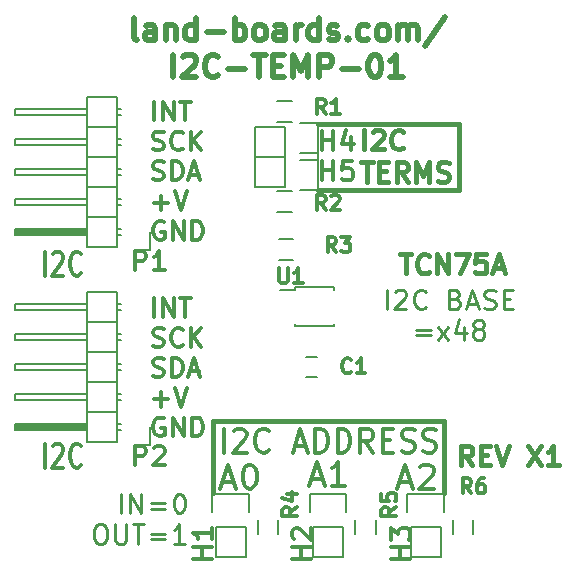
<source format=gto>
G04 #@! TF.FileFunction,Legend,Top*
%FSLAX46Y46*%
G04 Gerber Fmt 4.6, Leading zero omitted, Abs format (unit mm)*
G04 Created by KiCad (PCBNEW (after 2015-mar-04 BZR unknown)-product) date 10/16/2015 4:42:27 PM*
%MOMM*%
G01*
G04 APERTURE LIST*
%ADD10C,0.150000*%
%ADD11C,0.381000*%
%ADD12C,0.412750*%
%ADD13C,0.285750*%
%ADD14C,0.304800*%
%ADD15C,0.476250*%
G04 APERTURE END LIST*
D10*
D11*
X37592000Y-36322000D02*
X37592000Y-42418000D01*
X37084000Y-36322000D02*
X37592000Y-36322000D01*
X18034000Y-36322000D02*
X37084000Y-36322000D01*
X18034000Y-42418000D02*
X18034000Y-36322000D01*
X38862000Y-16764000D02*
X26924000Y-16764000D01*
X38862000Y-11176000D02*
X38862000Y-16764000D01*
X26924000Y-11176000D02*
X38862000Y-11176000D01*
D12*
X30873095Y-13354806D02*
X30873095Y-11703806D01*
X31580666Y-11861044D02*
X31659285Y-11782425D01*
X31816523Y-11703806D01*
X32209619Y-11703806D01*
X32366857Y-11782425D01*
X32445476Y-11861044D01*
X32524095Y-12018282D01*
X32524095Y-12175520D01*
X32445476Y-12411377D01*
X31502047Y-13354806D01*
X32524095Y-13354806D01*
X34175095Y-13197568D02*
X34096476Y-13276187D01*
X33860619Y-13354806D01*
X33703381Y-13354806D01*
X33467523Y-13276187D01*
X33310285Y-13118949D01*
X33231666Y-12961711D01*
X33153047Y-12647235D01*
X33153047Y-12411377D01*
X33231666Y-12096901D01*
X33310285Y-11939663D01*
X33467523Y-11782425D01*
X33703381Y-11703806D01*
X33860619Y-11703806D01*
X34096476Y-11782425D01*
X34175095Y-11861044D01*
X30637238Y-14427956D02*
X31580667Y-14427956D01*
X31108952Y-16078956D02*
X31108952Y-14427956D01*
X32131000Y-15214146D02*
X32681334Y-15214146D01*
X32917191Y-16078956D02*
X32131000Y-16078956D01*
X32131000Y-14427956D01*
X32917191Y-14427956D01*
X34568191Y-16078956D02*
X34017857Y-15292765D01*
X33624762Y-16078956D02*
X33624762Y-14427956D01*
X34253715Y-14427956D01*
X34410953Y-14506575D01*
X34489572Y-14585194D01*
X34568191Y-14742432D01*
X34568191Y-14978289D01*
X34489572Y-15135527D01*
X34410953Y-15214146D01*
X34253715Y-15292765D01*
X33624762Y-15292765D01*
X35275762Y-16078956D02*
X35275762Y-14427956D01*
X35826096Y-15607242D01*
X36376429Y-14427956D01*
X36376429Y-16078956D01*
X37084000Y-16000337D02*
X37319857Y-16078956D01*
X37712953Y-16078956D01*
X37870191Y-16000337D01*
X37948810Y-15921718D01*
X38027429Y-15764480D01*
X38027429Y-15607242D01*
X37948810Y-15450004D01*
X37870191Y-15371385D01*
X37712953Y-15292765D01*
X37398476Y-15214146D01*
X37241238Y-15135527D01*
X37162619Y-15056908D01*
X37084000Y-14899670D01*
X37084000Y-14742432D01*
X37162619Y-14585194D01*
X37241238Y-14506575D01*
X37398476Y-14427956D01*
X37791572Y-14427956D01*
X38027429Y-14506575D01*
X40035238Y-40116881D02*
X39484904Y-39330690D01*
X39091809Y-40116881D02*
X39091809Y-38465881D01*
X39720762Y-38465881D01*
X39878000Y-38544500D01*
X39956619Y-38623119D01*
X40035238Y-38780357D01*
X40035238Y-39016214D01*
X39956619Y-39173452D01*
X39878000Y-39252071D01*
X39720762Y-39330690D01*
X39091809Y-39330690D01*
X40742809Y-39252071D02*
X41293143Y-39252071D01*
X41529000Y-40116881D02*
X40742809Y-40116881D01*
X40742809Y-38465881D01*
X41529000Y-38465881D01*
X42000714Y-38465881D02*
X42551047Y-40116881D01*
X43101381Y-38465881D01*
X44752381Y-38465881D02*
X45853048Y-40116881D01*
X45853048Y-38465881D02*
X44752381Y-40116881D01*
X47346810Y-40116881D02*
X46403381Y-40116881D01*
X46875095Y-40116881D02*
X46875095Y-38465881D01*
X46717857Y-38701738D01*
X46560619Y-38858976D01*
X46403381Y-38937595D01*
X33912024Y-22209881D02*
X34855453Y-22209881D01*
X34383738Y-23860881D02*
X34383738Y-22209881D01*
X36349215Y-23703643D02*
X36270596Y-23782262D01*
X36034739Y-23860881D01*
X35877501Y-23860881D01*
X35641643Y-23782262D01*
X35484405Y-23625024D01*
X35405786Y-23467786D01*
X35327167Y-23153310D01*
X35327167Y-22917452D01*
X35405786Y-22602976D01*
X35484405Y-22445738D01*
X35641643Y-22288500D01*
X35877501Y-22209881D01*
X36034739Y-22209881D01*
X36270596Y-22288500D01*
X36349215Y-22367119D01*
X37056786Y-23860881D02*
X37056786Y-22209881D01*
X38000215Y-23860881D01*
X38000215Y-22209881D01*
X38629167Y-22209881D02*
X39729834Y-22209881D01*
X39022262Y-23860881D01*
X41144977Y-22209881D02*
X40358786Y-22209881D01*
X40280167Y-22996071D01*
X40358786Y-22917452D01*
X40516024Y-22838833D01*
X40909120Y-22838833D01*
X41066358Y-22917452D01*
X41144977Y-22996071D01*
X41223596Y-23153310D01*
X41223596Y-23546405D01*
X41144977Y-23703643D01*
X41066358Y-23782262D01*
X40909120Y-23860881D01*
X40516024Y-23860881D01*
X40358786Y-23782262D01*
X40280167Y-23703643D01*
X41852548Y-23389167D02*
X42638739Y-23389167D01*
X41695310Y-23860881D02*
X42245643Y-22209881D01*
X42795977Y-23860881D01*
D13*
X10262810Y-44152306D02*
X10262810Y-42501306D01*
X11049000Y-44152306D02*
X11049000Y-42501306D01*
X11992429Y-44152306D01*
X11992429Y-42501306D01*
X12778619Y-43287496D02*
X14036524Y-43287496D01*
X14036524Y-43759211D02*
X12778619Y-43759211D01*
X15137190Y-42501306D02*
X15294429Y-42501306D01*
X15451667Y-42579925D01*
X15530286Y-42658544D01*
X15608905Y-42815782D01*
X15687524Y-43130258D01*
X15687524Y-43523354D01*
X15608905Y-43837830D01*
X15530286Y-43995068D01*
X15451667Y-44073687D01*
X15294429Y-44152306D01*
X15137190Y-44152306D01*
X14979952Y-44073687D01*
X14901333Y-43995068D01*
X14822714Y-43837830D01*
X14744095Y-43523354D01*
X14744095Y-43130258D01*
X14822714Y-42815782D01*
X14901333Y-42658544D01*
X14979952Y-42579925D01*
X15137190Y-42501306D01*
X8375952Y-45098456D02*
X8690429Y-45098456D01*
X8847667Y-45177075D01*
X9004905Y-45334313D01*
X9083524Y-45648789D01*
X9083524Y-46199123D01*
X9004905Y-46513599D01*
X8847667Y-46670837D01*
X8690429Y-46749456D01*
X8375952Y-46749456D01*
X8218714Y-46670837D01*
X8061476Y-46513599D01*
X7982857Y-46199123D01*
X7982857Y-45648789D01*
X8061476Y-45334313D01*
X8218714Y-45177075D01*
X8375952Y-45098456D01*
X9791095Y-45098456D02*
X9791095Y-46434980D01*
X9869714Y-46592218D01*
X9948333Y-46670837D01*
X10105571Y-46749456D01*
X10420048Y-46749456D01*
X10577286Y-46670837D01*
X10655905Y-46592218D01*
X10734524Y-46434980D01*
X10734524Y-45098456D01*
X11284857Y-45098456D02*
X12228286Y-45098456D01*
X11756571Y-46749456D02*
X11756571Y-45098456D01*
X12778619Y-45884646D02*
X14036524Y-45884646D01*
X14036524Y-46356361D02*
X12778619Y-46356361D01*
X15687524Y-46749456D02*
X14744095Y-46749456D01*
X15215809Y-46749456D02*
X15215809Y-45098456D01*
X15058571Y-45334313D01*
X14901333Y-45491551D01*
X14744095Y-45570170D01*
X32793214Y-26880306D02*
X32793214Y-25229306D01*
X33500785Y-25386544D02*
X33579404Y-25307925D01*
X33736642Y-25229306D01*
X34129738Y-25229306D01*
X34286976Y-25307925D01*
X34365595Y-25386544D01*
X34444214Y-25543782D01*
X34444214Y-25701020D01*
X34365595Y-25936877D01*
X33422166Y-26880306D01*
X34444214Y-26880306D01*
X36095214Y-26723068D02*
X36016595Y-26801687D01*
X35780738Y-26880306D01*
X35623500Y-26880306D01*
X35387642Y-26801687D01*
X35230404Y-26644449D01*
X35151785Y-26487211D01*
X35073166Y-26172735D01*
X35073166Y-25936877D01*
X35151785Y-25622401D01*
X35230404Y-25465163D01*
X35387642Y-25307925D01*
X35623500Y-25229306D01*
X35780738Y-25229306D01*
X36016595Y-25307925D01*
X36095214Y-25386544D01*
X38611024Y-26015496D02*
X38846881Y-26094115D01*
X38925500Y-26172735D01*
X39004119Y-26329973D01*
X39004119Y-26565830D01*
X38925500Y-26723068D01*
X38846881Y-26801687D01*
X38689643Y-26880306D01*
X38060690Y-26880306D01*
X38060690Y-25229306D01*
X38611024Y-25229306D01*
X38768262Y-25307925D01*
X38846881Y-25386544D01*
X38925500Y-25543782D01*
X38925500Y-25701020D01*
X38846881Y-25858258D01*
X38768262Y-25936877D01*
X38611024Y-26015496D01*
X38060690Y-26015496D01*
X39633071Y-26408592D02*
X40419262Y-26408592D01*
X39475833Y-26880306D02*
X40026166Y-25229306D01*
X40576500Y-26880306D01*
X41048214Y-26801687D02*
X41284071Y-26880306D01*
X41677167Y-26880306D01*
X41834405Y-26801687D01*
X41913024Y-26723068D01*
X41991643Y-26565830D01*
X41991643Y-26408592D01*
X41913024Y-26251354D01*
X41834405Y-26172735D01*
X41677167Y-26094115D01*
X41362690Y-26015496D01*
X41205452Y-25936877D01*
X41126833Y-25858258D01*
X41048214Y-25701020D01*
X41048214Y-25543782D01*
X41126833Y-25386544D01*
X41205452Y-25307925D01*
X41362690Y-25229306D01*
X41755786Y-25229306D01*
X41991643Y-25307925D01*
X42699214Y-26015496D02*
X43249548Y-26015496D01*
X43485405Y-26880306D02*
X42699214Y-26880306D01*
X42699214Y-25229306D01*
X43485405Y-25229306D01*
X35230405Y-28612646D02*
X36488310Y-28612646D01*
X36488310Y-29084361D02*
X35230405Y-29084361D01*
X37117262Y-29477456D02*
X37982072Y-28376789D01*
X37117262Y-28376789D02*
X37982072Y-29477456D01*
X39318596Y-28376789D02*
X39318596Y-29477456D01*
X38925500Y-27747837D02*
X38532405Y-28927123D01*
X39554453Y-28927123D01*
X40419262Y-28534027D02*
X40262024Y-28455408D01*
X40183405Y-28376789D01*
X40104786Y-28219551D01*
X40104786Y-28140932D01*
X40183405Y-27983694D01*
X40262024Y-27905075D01*
X40419262Y-27826456D01*
X40733739Y-27826456D01*
X40890977Y-27905075D01*
X40969596Y-27983694D01*
X41048215Y-28140932D01*
X41048215Y-28219551D01*
X40969596Y-28376789D01*
X40890977Y-28455408D01*
X40733739Y-28534027D01*
X40419262Y-28534027D01*
X40262024Y-28612646D01*
X40183405Y-28691265D01*
X40104786Y-28848504D01*
X40104786Y-29162980D01*
X40183405Y-29320218D01*
X40262024Y-29398837D01*
X40419262Y-29477456D01*
X40733739Y-29477456D01*
X40890977Y-29398837D01*
X40969596Y-29320218D01*
X41048215Y-29162980D01*
X41048215Y-28848504D01*
X40969596Y-28691265D01*
X40890977Y-28612646D01*
X40733739Y-28534027D01*
D14*
X19004642Y-39019238D02*
X19004642Y-36987238D01*
X19821071Y-37180762D02*
X19911785Y-37084000D01*
X20093214Y-36987238D01*
X20546785Y-36987238D01*
X20728214Y-37084000D01*
X20818928Y-37180762D01*
X20909643Y-37374286D01*
X20909643Y-37567810D01*
X20818928Y-37858095D01*
X19730357Y-39019238D01*
X20909643Y-39019238D01*
X22814643Y-38825714D02*
X22723929Y-38922476D01*
X22451786Y-39019238D01*
X22270357Y-39019238D01*
X21998214Y-38922476D01*
X21816786Y-38728952D01*
X21726071Y-38535429D01*
X21635357Y-38148381D01*
X21635357Y-37858095D01*
X21726071Y-37471048D01*
X21816786Y-37277524D01*
X21998214Y-37084000D01*
X22270357Y-36987238D01*
X22451786Y-36987238D01*
X22723929Y-37084000D01*
X22814643Y-37180762D01*
X24991786Y-38438667D02*
X25898929Y-38438667D01*
X24810358Y-39019238D02*
X25445358Y-36987238D01*
X26080358Y-39019238D01*
X26715357Y-39019238D02*
X26715357Y-36987238D01*
X27168929Y-36987238D01*
X27441072Y-37084000D01*
X27622500Y-37277524D01*
X27713215Y-37471048D01*
X27803929Y-37858095D01*
X27803929Y-38148381D01*
X27713215Y-38535429D01*
X27622500Y-38728952D01*
X27441072Y-38922476D01*
X27168929Y-39019238D01*
X26715357Y-39019238D01*
X28620357Y-39019238D02*
X28620357Y-36987238D01*
X29073929Y-36987238D01*
X29346072Y-37084000D01*
X29527500Y-37277524D01*
X29618215Y-37471048D01*
X29708929Y-37858095D01*
X29708929Y-38148381D01*
X29618215Y-38535429D01*
X29527500Y-38728952D01*
X29346072Y-38922476D01*
X29073929Y-39019238D01*
X28620357Y-39019238D01*
X31613929Y-39019238D02*
X30978929Y-38051619D01*
X30525357Y-39019238D02*
X30525357Y-36987238D01*
X31251072Y-36987238D01*
X31432500Y-37084000D01*
X31523215Y-37180762D01*
X31613929Y-37374286D01*
X31613929Y-37664571D01*
X31523215Y-37858095D01*
X31432500Y-37954857D01*
X31251072Y-38051619D01*
X30525357Y-38051619D01*
X32430357Y-37954857D02*
X33065357Y-37954857D01*
X33337500Y-39019238D02*
X32430357Y-39019238D01*
X32430357Y-36987238D01*
X33337500Y-36987238D01*
X34063214Y-38922476D02*
X34335357Y-39019238D01*
X34788928Y-39019238D01*
X34970357Y-38922476D01*
X35061071Y-38825714D01*
X35151786Y-38632190D01*
X35151786Y-38438667D01*
X35061071Y-38245143D01*
X34970357Y-38148381D01*
X34788928Y-38051619D01*
X34426071Y-37954857D01*
X34244643Y-37858095D01*
X34153928Y-37761333D01*
X34063214Y-37567810D01*
X34063214Y-37374286D01*
X34153928Y-37180762D01*
X34244643Y-37084000D01*
X34426071Y-36987238D01*
X34879643Y-36987238D01*
X35151786Y-37084000D01*
X35877500Y-38922476D02*
X36149643Y-39019238D01*
X36603214Y-39019238D01*
X36784643Y-38922476D01*
X36875357Y-38825714D01*
X36966072Y-38632190D01*
X36966072Y-38438667D01*
X36875357Y-38245143D01*
X36784643Y-38148381D01*
X36603214Y-38051619D01*
X36240357Y-37954857D01*
X36058929Y-37858095D01*
X35968214Y-37761333D01*
X35877500Y-37567810D01*
X35877500Y-37374286D01*
X35968214Y-37180762D01*
X36058929Y-37084000D01*
X36240357Y-36987238D01*
X36693929Y-36987238D01*
X36966072Y-37084000D01*
X13077976Y-27540555D02*
X13077976Y-25953055D01*
X13833928Y-27540555D02*
X13833928Y-25953055D01*
X14741071Y-27540555D01*
X14741071Y-25953055D01*
X15270237Y-25953055D02*
X16177380Y-25953055D01*
X15723809Y-27540555D02*
X15723809Y-25953055D01*
X13002381Y-29992260D02*
X13229167Y-30067855D01*
X13607143Y-30067855D01*
X13758333Y-29992260D01*
X13833929Y-29916664D01*
X13909524Y-29765474D01*
X13909524Y-29614283D01*
X13833929Y-29463093D01*
X13758333Y-29387498D01*
X13607143Y-29311902D01*
X13304762Y-29236307D01*
X13153571Y-29160712D01*
X13077976Y-29085117D01*
X13002381Y-28933926D01*
X13002381Y-28782736D01*
X13077976Y-28631545D01*
X13153571Y-28555950D01*
X13304762Y-28480355D01*
X13682738Y-28480355D01*
X13909524Y-28555950D01*
X15497024Y-29916664D02*
X15421429Y-29992260D01*
X15194643Y-30067855D01*
X15043453Y-30067855D01*
X14816667Y-29992260D01*
X14665476Y-29841069D01*
X14589881Y-29689879D01*
X14514286Y-29387498D01*
X14514286Y-29160712D01*
X14589881Y-28858331D01*
X14665476Y-28707140D01*
X14816667Y-28555950D01*
X15043453Y-28480355D01*
X15194643Y-28480355D01*
X15421429Y-28555950D01*
X15497024Y-28631545D01*
X16177381Y-30067855D02*
X16177381Y-28480355D01*
X17084524Y-30067855D02*
X16404167Y-29160712D01*
X17084524Y-28480355D02*
X16177381Y-29387498D01*
X13002381Y-32519560D02*
X13229167Y-32595155D01*
X13607143Y-32595155D01*
X13758333Y-32519560D01*
X13833929Y-32443964D01*
X13909524Y-32292774D01*
X13909524Y-32141583D01*
X13833929Y-31990393D01*
X13758333Y-31914798D01*
X13607143Y-31839202D01*
X13304762Y-31763607D01*
X13153571Y-31688012D01*
X13077976Y-31612417D01*
X13002381Y-31461226D01*
X13002381Y-31310036D01*
X13077976Y-31158845D01*
X13153571Y-31083250D01*
X13304762Y-31007655D01*
X13682738Y-31007655D01*
X13909524Y-31083250D01*
X14589881Y-32595155D02*
X14589881Y-31007655D01*
X14967857Y-31007655D01*
X15194643Y-31083250D01*
X15345834Y-31234440D01*
X15421429Y-31385631D01*
X15497024Y-31688012D01*
X15497024Y-31914798D01*
X15421429Y-32217179D01*
X15345834Y-32368369D01*
X15194643Y-32519560D01*
X14967857Y-32595155D01*
X14589881Y-32595155D01*
X16101786Y-32141583D02*
X16857738Y-32141583D01*
X15950595Y-32595155D02*
X16479762Y-31007655D01*
X17008929Y-32595155D01*
X13077976Y-34517693D02*
X14287500Y-34517693D01*
X13682738Y-35122455D02*
X13682738Y-33912931D01*
X14816666Y-33534955D02*
X15345833Y-35122455D01*
X15875000Y-33534955D01*
X13909524Y-36137850D02*
X13758333Y-36062255D01*
X13531548Y-36062255D01*
X13304762Y-36137850D01*
X13153571Y-36289040D01*
X13077976Y-36440231D01*
X13002381Y-36742612D01*
X13002381Y-36969398D01*
X13077976Y-37271779D01*
X13153571Y-37422969D01*
X13304762Y-37574160D01*
X13531548Y-37649755D01*
X13682738Y-37649755D01*
X13909524Y-37574160D01*
X13985119Y-37498564D01*
X13985119Y-36969398D01*
X13682738Y-36969398D01*
X14665476Y-37649755D02*
X14665476Y-36062255D01*
X15572619Y-37649755D01*
X15572619Y-36062255D01*
X16328571Y-37649755D02*
X16328571Y-36062255D01*
X16706547Y-36062255D01*
X16933333Y-36137850D01*
X17084524Y-36289040D01*
X17160119Y-36440231D01*
X17235714Y-36742612D01*
X17235714Y-36969398D01*
X17160119Y-37271779D01*
X17084524Y-37422969D01*
X16933333Y-37574160D01*
X16706547Y-37649755D01*
X16328571Y-37649755D01*
X13077976Y-10903555D02*
X13077976Y-9316055D01*
X13833928Y-10903555D02*
X13833928Y-9316055D01*
X14741071Y-10903555D01*
X14741071Y-9316055D01*
X15270237Y-9316055D02*
X16177380Y-9316055D01*
X15723809Y-10903555D02*
X15723809Y-9316055D01*
X13002381Y-13355260D02*
X13229167Y-13430855D01*
X13607143Y-13430855D01*
X13758333Y-13355260D01*
X13833929Y-13279664D01*
X13909524Y-13128474D01*
X13909524Y-12977283D01*
X13833929Y-12826093D01*
X13758333Y-12750498D01*
X13607143Y-12674902D01*
X13304762Y-12599307D01*
X13153571Y-12523712D01*
X13077976Y-12448117D01*
X13002381Y-12296926D01*
X13002381Y-12145736D01*
X13077976Y-11994545D01*
X13153571Y-11918950D01*
X13304762Y-11843355D01*
X13682738Y-11843355D01*
X13909524Y-11918950D01*
X15497024Y-13279664D02*
X15421429Y-13355260D01*
X15194643Y-13430855D01*
X15043453Y-13430855D01*
X14816667Y-13355260D01*
X14665476Y-13204069D01*
X14589881Y-13052879D01*
X14514286Y-12750498D01*
X14514286Y-12523712D01*
X14589881Y-12221331D01*
X14665476Y-12070140D01*
X14816667Y-11918950D01*
X15043453Y-11843355D01*
X15194643Y-11843355D01*
X15421429Y-11918950D01*
X15497024Y-11994545D01*
X16177381Y-13430855D02*
X16177381Y-11843355D01*
X17084524Y-13430855D02*
X16404167Y-12523712D01*
X17084524Y-11843355D02*
X16177381Y-12750498D01*
X13002381Y-15882560D02*
X13229167Y-15958155D01*
X13607143Y-15958155D01*
X13758333Y-15882560D01*
X13833929Y-15806964D01*
X13909524Y-15655774D01*
X13909524Y-15504583D01*
X13833929Y-15353393D01*
X13758333Y-15277798D01*
X13607143Y-15202202D01*
X13304762Y-15126607D01*
X13153571Y-15051012D01*
X13077976Y-14975417D01*
X13002381Y-14824226D01*
X13002381Y-14673036D01*
X13077976Y-14521845D01*
X13153571Y-14446250D01*
X13304762Y-14370655D01*
X13682738Y-14370655D01*
X13909524Y-14446250D01*
X14589881Y-15958155D02*
X14589881Y-14370655D01*
X14967857Y-14370655D01*
X15194643Y-14446250D01*
X15345834Y-14597440D01*
X15421429Y-14748631D01*
X15497024Y-15051012D01*
X15497024Y-15277798D01*
X15421429Y-15580179D01*
X15345834Y-15731369D01*
X15194643Y-15882560D01*
X14967857Y-15958155D01*
X14589881Y-15958155D01*
X16101786Y-15504583D02*
X16857738Y-15504583D01*
X15950595Y-15958155D02*
X16479762Y-14370655D01*
X17008929Y-15958155D01*
X13077976Y-17880693D02*
X14287500Y-17880693D01*
X13682738Y-18485455D02*
X13682738Y-17275931D01*
X14816666Y-16897955D02*
X15345833Y-18485455D01*
X15875000Y-16897955D01*
X13909524Y-19500850D02*
X13758333Y-19425255D01*
X13531548Y-19425255D01*
X13304762Y-19500850D01*
X13153571Y-19652040D01*
X13077976Y-19803231D01*
X13002381Y-20105612D01*
X13002381Y-20332398D01*
X13077976Y-20634779D01*
X13153571Y-20785969D01*
X13304762Y-20937160D01*
X13531548Y-21012755D01*
X13682738Y-21012755D01*
X13909524Y-20937160D01*
X13985119Y-20861564D01*
X13985119Y-20332398D01*
X13682738Y-20332398D01*
X14665476Y-21012755D02*
X14665476Y-19425255D01*
X15572619Y-21012755D01*
X15572619Y-19425255D01*
X16328571Y-21012755D02*
X16328571Y-19425255D01*
X16706547Y-19425255D01*
X16933333Y-19500850D01*
X17084524Y-19652040D01*
X17160119Y-19803231D01*
X17235714Y-20105612D01*
X17235714Y-20332398D01*
X17160119Y-20634779D01*
X17084524Y-20785969D01*
X16933333Y-20937160D01*
X16706547Y-21012755D01*
X16328571Y-21012755D01*
D15*
X11638645Y-4116161D02*
X11457217Y-4025446D01*
X11366502Y-3844018D01*
X11366502Y-2211161D01*
X13180788Y-4116161D02*
X13180788Y-3118304D01*
X13090074Y-2936875D01*
X12908645Y-2846161D01*
X12545788Y-2846161D01*
X12364359Y-2936875D01*
X13180788Y-4025446D02*
X12999359Y-4116161D01*
X12545788Y-4116161D01*
X12364359Y-4025446D01*
X12273645Y-3844018D01*
X12273645Y-3662589D01*
X12364359Y-3481161D01*
X12545788Y-3390446D01*
X12999359Y-3390446D01*
X13180788Y-3299732D01*
X14087930Y-2846161D02*
X14087930Y-4116161D01*
X14087930Y-3027589D02*
X14178645Y-2936875D01*
X14360073Y-2846161D01*
X14632216Y-2846161D01*
X14813645Y-2936875D01*
X14904359Y-3118304D01*
X14904359Y-4116161D01*
X16627930Y-4116161D02*
X16627930Y-2211161D01*
X16627930Y-4025446D02*
X16446501Y-4116161D01*
X16083644Y-4116161D01*
X15902216Y-4025446D01*
X15811501Y-3934732D01*
X15720787Y-3753304D01*
X15720787Y-3209018D01*
X15811501Y-3027589D01*
X15902216Y-2936875D01*
X16083644Y-2846161D01*
X16446501Y-2846161D01*
X16627930Y-2936875D01*
X17535072Y-3390446D02*
X18986501Y-3390446D01*
X19893643Y-4116161D02*
X19893643Y-2211161D01*
X19893643Y-2936875D02*
X20075072Y-2846161D01*
X20437929Y-2846161D01*
X20619358Y-2936875D01*
X20710072Y-3027589D01*
X20800786Y-3209018D01*
X20800786Y-3753304D01*
X20710072Y-3934732D01*
X20619358Y-4025446D01*
X20437929Y-4116161D01*
X20075072Y-4116161D01*
X19893643Y-4025446D01*
X21889357Y-4116161D02*
X21707929Y-4025446D01*
X21617214Y-3934732D01*
X21526500Y-3753304D01*
X21526500Y-3209018D01*
X21617214Y-3027589D01*
X21707929Y-2936875D01*
X21889357Y-2846161D01*
X22161500Y-2846161D01*
X22342929Y-2936875D01*
X22433643Y-3027589D01*
X22524357Y-3209018D01*
X22524357Y-3753304D01*
X22433643Y-3934732D01*
X22342929Y-4025446D01*
X22161500Y-4116161D01*
X21889357Y-4116161D01*
X24157214Y-4116161D02*
X24157214Y-3118304D01*
X24066500Y-2936875D01*
X23885071Y-2846161D01*
X23522214Y-2846161D01*
X23340785Y-2936875D01*
X24157214Y-4025446D02*
X23975785Y-4116161D01*
X23522214Y-4116161D01*
X23340785Y-4025446D01*
X23250071Y-3844018D01*
X23250071Y-3662589D01*
X23340785Y-3481161D01*
X23522214Y-3390446D01*
X23975785Y-3390446D01*
X24157214Y-3299732D01*
X25064356Y-4116161D02*
X25064356Y-2846161D01*
X25064356Y-3209018D02*
X25155071Y-3027589D01*
X25245785Y-2936875D01*
X25427214Y-2846161D01*
X25608642Y-2846161D01*
X27060071Y-4116161D02*
X27060071Y-2211161D01*
X27060071Y-4025446D02*
X26878642Y-4116161D01*
X26515785Y-4116161D01*
X26334357Y-4025446D01*
X26243642Y-3934732D01*
X26152928Y-3753304D01*
X26152928Y-3209018D01*
X26243642Y-3027589D01*
X26334357Y-2936875D01*
X26515785Y-2846161D01*
X26878642Y-2846161D01*
X27060071Y-2936875D01*
X27876499Y-4025446D02*
X28057928Y-4116161D01*
X28420785Y-4116161D01*
X28602213Y-4025446D01*
X28692928Y-3844018D01*
X28692928Y-3753304D01*
X28602213Y-3571875D01*
X28420785Y-3481161D01*
X28148642Y-3481161D01*
X27967213Y-3390446D01*
X27876499Y-3209018D01*
X27876499Y-3118304D01*
X27967213Y-2936875D01*
X28148642Y-2846161D01*
X28420785Y-2846161D01*
X28602213Y-2936875D01*
X29509356Y-3934732D02*
X29600071Y-4025446D01*
X29509356Y-4116161D01*
X29418642Y-4025446D01*
X29509356Y-3934732D01*
X29509356Y-4116161D01*
X31232928Y-4025446D02*
X31051499Y-4116161D01*
X30688642Y-4116161D01*
X30507214Y-4025446D01*
X30416499Y-3934732D01*
X30325785Y-3753304D01*
X30325785Y-3209018D01*
X30416499Y-3027589D01*
X30507214Y-2936875D01*
X30688642Y-2846161D01*
X31051499Y-2846161D01*
X31232928Y-2936875D01*
X32321499Y-4116161D02*
X32140071Y-4025446D01*
X32049356Y-3934732D01*
X31958642Y-3753304D01*
X31958642Y-3209018D01*
X32049356Y-3027589D01*
X32140071Y-2936875D01*
X32321499Y-2846161D01*
X32593642Y-2846161D01*
X32775071Y-2936875D01*
X32865785Y-3027589D01*
X32956499Y-3209018D01*
X32956499Y-3753304D01*
X32865785Y-3934732D01*
X32775071Y-4025446D01*
X32593642Y-4116161D01*
X32321499Y-4116161D01*
X33772927Y-4116161D02*
X33772927Y-2846161D01*
X33772927Y-3027589D02*
X33863642Y-2936875D01*
X34045070Y-2846161D01*
X34317213Y-2846161D01*
X34498642Y-2936875D01*
X34589356Y-3118304D01*
X34589356Y-4116161D01*
X34589356Y-3118304D02*
X34680070Y-2936875D01*
X34861499Y-2846161D01*
X35133642Y-2846161D01*
X35315070Y-2936875D01*
X35405785Y-3118304D01*
X35405785Y-4116161D01*
X37673642Y-2120446D02*
X36040785Y-4569732D01*
X14722928Y-7259411D02*
X14722928Y-5354411D01*
X15539357Y-5535839D02*
X15630071Y-5445125D01*
X15811500Y-5354411D01*
X16265071Y-5354411D01*
X16446500Y-5445125D01*
X16537214Y-5535839D01*
X16627929Y-5717268D01*
X16627929Y-5898696D01*
X16537214Y-6170839D01*
X15448643Y-7259411D01*
X16627929Y-7259411D01*
X18532929Y-7077982D02*
X18442215Y-7168696D01*
X18170072Y-7259411D01*
X17988643Y-7259411D01*
X17716500Y-7168696D01*
X17535072Y-6987268D01*
X17444357Y-6805839D01*
X17353643Y-6442982D01*
X17353643Y-6170839D01*
X17444357Y-5807982D01*
X17535072Y-5626554D01*
X17716500Y-5445125D01*
X17988643Y-5354411D01*
X18170072Y-5354411D01*
X18442215Y-5445125D01*
X18532929Y-5535839D01*
X19349357Y-6533696D02*
X20800786Y-6533696D01*
X21435786Y-5354411D02*
X22524357Y-5354411D01*
X21980071Y-7259411D02*
X21980071Y-5354411D01*
X23159357Y-6261554D02*
X23794357Y-6261554D01*
X24066500Y-7259411D02*
X23159357Y-7259411D01*
X23159357Y-5354411D01*
X24066500Y-5354411D01*
X24882928Y-7259411D02*
X24882928Y-5354411D01*
X25517928Y-6715125D01*
X26152928Y-5354411D01*
X26152928Y-7259411D01*
X27060071Y-7259411D02*
X27060071Y-5354411D01*
X27785786Y-5354411D01*
X27967214Y-5445125D01*
X28057929Y-5535839D01*
X28148643Y-5717268D01*
X28148643Y-5989411D01*
X28057929Y-6170839D01*
X27967214Y-6261554D01*
X27785786Y-6352268D01*
X27060071Y-6352268D01*
X28965071Y-6533696D02*
X30416500Y-6533696D01*
X31686500Y-5354411D02*
X31867928Y-5354411D01*
X32049357Y-5445125D01*
X32140071Y-5535839D01*
X32230785Y-5717268D01*
X32321500Y-6080125D01*
X32321500Y-6533696D01*
X32230785Y-6896554D01*
X32140071Y-7077982D01*
X32049357Y-7168696D01*
X31867928Y-7259411D01*
X31686500Y-7259411D01*
X31505071Y-7168696D01*
X31414357Y-7077982D01*
X31323642Y-6896554D01*
X31232928Y-6533696D01*
X31232928Y-6080125D01*
X31323642Y-5717268D01*
X31414357Y-5535839D01*
X31505071Y-5445125D01*
X31686500Y-5354411D01*
X34135786Y-7259411D02*
X33047214Y-7259411D01*
X33591500Y-7259411D02*
X33591500Y-5354411D01*
X33410071Y-5626554D01*
X33228643Y-5807982D01*
X33047214Y-5898696D01*
D14*
X3846286Y-24033238D02*
X3846286Y-22001238D01*
X4499429Y-22194762D02*
X4572000Y-22098000D01*
X4717143Y-22001238D01*
X5080000Y-22001238D01*
X5225143Y-22098000D01*
X5297714Y-22194762D01*
X5370286Y-22388286D01*
X5370286Y-22581810D01*
X5297714Y-22872095D01*
X4426857Y-24033238D01*
X5370286Y-24033238D01*
X6894286Y-23839714D02*
X6821715Y-23936476D01*
X6604001Y-24033238D01*
X6458858Y-24033238D01*
X6241143Y-23936476D01*
X6096001Y-23742952D01*
X6023429Y-23549429D01*
X5950858Y-23162381D01*
X5950858Y-22872095D01*
X6023429Y-22485048D01*
X6096001Y-22291524D01*
X6241143Y-22098000D01*
X6458858Y-22001238D01*
X6604001Y-22001238D01*
X6821715Y-22098000D01*
X6894286Y-22194762D01*
X3846286Y-40289238D02*
X3846286Y-38257238D01*
X4499429Y-38450762D02*
X4572000Y-38354000D01*
X4717143Y-38257238D01*
X5080000Y-38257238D01*
X5225143Y-38354000D01*
X5297714Y-38450762D01*
X5370286Y-38644286D01*
X5370286Y-38837810D01*
X5297714Y-39128095D01*
X4426857Y-40289238D01*
X5370286Y-40289238D01*
X6894286Y-40095714D02*
X6821715Y-40192476D01*
X6604001Y-40289238D01*
X6458858Y-40289238D01*
X6241143Y-40192476D01*
X6096001Y-39998952D01*
X6023429Y-39805429D01*
X5950858Y-39418381D01*
X5950858Y-39128095D01*
X6023429Y-38741048D01*
X6096001Y-38547524D01*
X6241143Y-38354000D01*
X6458858Y-38257238D01*
X6604001Y-38257238D01*
X6821715Y-38354000D01*
X6894286Y-38450762D01*
X33854572Y-41486667D02*
X34822191Y-41486667D01*
X33661048Y-42067238D02*
X34338381Y-40035238D01*
X35015714Y-42067238D01*
X35596286Y-40228762D02*
X35693048Y-40132000D01*
X35886571Y-40035238D01*
X36370381Y-40035238D01*
X36563905Y-40132000D01*
X36660667Y-40228762D01*
X36757428Y-40422286D01*
X36757428Y-40615810D01*
X36660667Y-40906095D01*
X35499524Y-42067238D01*
X36757428Y-42067238D01*
X26361572Y-41232667D02*
X27329191Y-41232667D01*
X26168048Y-41813238D02*
X26845381Y-39781238D01*
X27522714Y-41813238D01*
X29264428Y-41813238D02*
X28103286Y-41813238D01*
X28683857Y-41813238D02*
X28683857Y-39781238D01*
X28490333Y-40071524D01*
X28296809Y-40265048D01*
X28103286Y-40361810D01*
X18868572Y-41486667D02*
X19836191Y-41486667D01*
X18675048Y-42067238D02*
X19352381Y-40035238D01*
X20029714Y-42067238D01*
X21094095Y-40035238D02*
X21287619Y-40035238D01*
X21481143Y-40132000D01*
X21577905Y-40228762D01*
X21674667Y-40422286D01*
X21771428Y-40809333D01*
X21771428Y-41293143D01*
X21674667Y-41680190D01*
X21577905Y-41873714D01*
X21481143Y-41970476D01*
X21287619Y-42067238D01*
X21094095Y-42067238D01*
X20900571Y-41970476D01*
X20803809Y-41873714D01*
X20707048Y-41680190D01*
X20610286Y-41293143D01*
X20610286Y-40809333D01*
X20707048Y-40422286D01*
X20803809Y-40228762D01*
X20900571Y-40132000D01*
X21094095Y-40035238D01*
D10*
X37338000Y-45339000D02*
X37338000Y-47879000D01*
X37618000Y-42519000D02*
X37618000Y-44069000D01*
X37338000Y-45339000D02*
X34798000Y-45339000D01*
X34518000Y-44069000D02*
X34518000Y-42519000D01*
X34518000Y-42519000D02*
X37618000Y-42519000D01*
X34798000Y-45339000D02*
X34798000Y-47879000D01*
X34798000Y-47879000D02*
X37338000Y-47879000D01*
X23608000Y-44739000D02*
X23608000Y-45939000D01*
X21858000Y-45939000D02*
X21858000Y-44739000D01*
X31863000Y-44739000D02*
X31863000Y-45939000D01*
X30113000Y-45939000D02*
X30113000Y-44739000D01*
X40118000Y-44739000D02*
X40118000Y-45939000D01*
X38368000Y-45939000D02*
X38368000Y-44739000D01*
X24730000Y-18655000D02*
X23530000Y-18655000D01*
X23530000Y-16905000D02*
X24730000Y-16905000D01*
X24730000Y-11035000D02*
X23530000Y-11035000D01*
X23530000Y-9285000D02*
X24730000Y-9285000D01*
X20828000Y-45339000D02*
X20828000Y-47879000D01*
X21108000Y-42519000D02*
X21108000Y-44069000D01*
X20828000Y-45339000D02*
X18288000Y-45339000D01*
X18008000Y-44069000D02*
X18008000Y-42519000D01*
X18008000Y-42519000D02*
X21108000Y-42519000D01*
X18288000Y-45339000D02*
X18288000Y-47879000D01*
X18288000Y-47879000D02*
X20828000Y-47879000D01*
X29083000Y-45339000D02*
X29083000Y-47879000D01*
X29363000Y-42519000D02*
X29363000Y-44069000D01*
X29083000Y-45339000D02*
X26543000Y-45339000D01*
X26263000Y-44069000D02*
X26263000Y-42519000D01*
X26263000Y-42519000D02*
X29363000Y-42519000D01*
X26543000Y-45339000D02*
X26543000Y-47879000D01*
X26543000Y-47879000D02*
X29083000Y-47879000D01*
X24130000Y-13970000D02*
X21590000Y-13970000D01*
X26950000Y-14250000D02*
X25400000Y-14250000D01*
X24130000Y-13970000D02*
X24130000Y-11430000D01*
X25400000Y-11150000D02*
X26950000Y-11150000D01*
X26950000Y-11150000D02*
X26950000Y-14250000D01*
X24130000Y-11430000D02*
X21590000Y-11430000D01*
X21590000Y-11430000D02*
X21590000Y-13970000D01*
X24130000Y-16510000D02*
X21590000Y-16510000D01*
X26950000Y-16790000D02*
X25400000Y-16790000D01*
X24130000Y-16510000D02*
X24130000Y-13970000D01*
X25400000Y-13690000D02*
X26950000Y-13690000D01*
X26950000Y-13690000D02*
X26950000Y-16790000D01*
X24130000Y-13970000D02*
X21590000Y-13970000D01*
X21590000Y-13970000D02*
X21590000Y-16510000D01*
X12730000Y-21870000D02*
X12730000Y-20320000D01*
X11430000Y-21870000D02*
X12730000Y-21870000D01*
X7239000Y-20447000D02*
X1397000Y-20447000D01*
X1397000Y-20447000D02*
X1397000Y-20193000D01*
X1397000Y-20193000D02*
X7239000Y-20193000D01*
X7239000Y-20193000D02*
X7239000Y-20320000D01*
X7239000Y-20320000D02*
X1397000Y-20320000D01*
X9906000Y-20574000D02*
X10287000Y-20574000D01*
X9906000Y-20066000D02*
X10287000Y-20066000D01*
X9906000Y-18034000D02*
X10287000Y-18034000D01*
X9906000Y-17526000D02*
X10287000Y-17526000D01*
X9906000Y-15494000D02*
X10287000Y-15494000D01*
X9906000Y-14986000D02*
X10287000Y-14986000D01*
X9906000Y-12954000D02*
X10287000Y-12954000D01*
X9906000Y-12446000D02*
X10287000Y-12446000D01*
X9906000Y-9906000D02*
X10287000Y-9906000D01*
X9906000Y-10414000D02*
X10287000Y-10414000D01*
X7366000Y-19050000D02*
X7366000Y-21590000D01*
X1270000Y-20066000D02*
X7366000Y-20066000D01*
X1270000Y-20574000D02*
X1270000Y-20066000D01*
X7366000Y-20574000D02*
X1270000Y-20574000D01*
X9906000Y-19050000D02*
X7366000Y-19050000D01*
X9906000Y-21590000D02*
X9906000Y-19050000D01*
X9906000Y-21590000D02*
X7366000Y-21590000D01*
X9906000Y-16510000D02*
X7366000Y-16510000D01*
X9906000Y-16510000D02*
X9906000Y-13970000D01*
X9906000Y-13970000D02*
X7366000Y-13970000D01*
X7366000Y-15494000D02*
X1270000Y-15494000D01*
X1270000Y-15494000D02*
X1270000Y-14986000D01*
X1270000Y-14986000D02*
X7366000Y-14986000D01*
X7366000Y-13970000D02*
X7366000Y-16510000D01*
X7366000Y-16510000D02*
X7366000Y-19050000D01*
X1270000Y-17526000D02*
X7366000Y-17526000D01*
X1270000Y-18034000D02*
X1270000Y-17526000D01*
X7366000Y-18034000D02*
X1270000Y-18034000D01*
X9906000Y-16510000D02*
X7366000Y-16510000D01*
X9906000Y-19050000D02*
X9906000Y-16510000D01*
X9906000Y-19050000D02*
X7366000Y-19050000D01*
X9906000Y-11430000D02*
X7366000Y-11430000D01*
X9906000Y-11430000D02*
X9906000Y-8890000D01*
X9906000Y-8890000D02*
X7366000Y-8890000D01*
X7366000Y-10414000D02*
X1270000Y-10414000D01*
X1270000Y-10414000D02*
X1270000Y-9906000D01*
X1270000Y-9906000D02*
X7366000Y-9906000D01*
X7366000Y-8890000D02*
X7366000Y-11430000D01*
X7366000Y-11430000D02*
X7366000Y-13970000D01*
X1270000Y-12446000D02*
X7366000Y-12446000D01*
X1270000Y-12954000D02*
X1270000Y-12446000D01*
X7366000Y-12954000D02*
X1270000Y-12954000D01*
X9906000Y-11430000D02*
X7366000Y-11430000D01*
X9906000Y-13970000D02*
X9906000Y-11430000D01*
X9906000Y-13970000D02*
X7366000Y-13970000D01*
X12730000Y-38380000D02*
X12730000Y-36830000D01*
X11430000Y-38380000D02*
X12730000Y-38380000D01*
X7239000Y-36957000D02*
X1397000Y-36957000D01*
X1397000Y-36957000D02*
X1397000Y-36703000D01*
X1397000Y-36703000D02*
X7239000Y-36703000D01*
X7239000Y-36703000D02*
X7239000Y-36830000D01*
X7239000Y-36830000D02*
X1397000Y-36830000D01*
X9906000Y-37084000D02*
X10287000Y-37084000D01*
X9906000Y-36576000D02*
X10287000Y-36576000D01*
X9906000Y-34544000D02*
X10287000Y-34544000D01*
X9906000Y-34036000D02*
X10287000Y-34036000D01*
X9906000Y-32004000D02*
X10287000Y-32004000D01*
X9906000Y-31496000D02*
X10287000Y-31496000D01*
X9906000Y-29464000D02*
X10287000Y-29464000D01*
X9906000Y-28956000D02*
X10287000Y-28956000D01*
X9906000Y-26416000D02*
X10287000Y-26416000D01*
X9906000Y-26924000D02*
X10287000Y-26924000D01*
X7366000Y-35560000D02*
X7366000Y-38100000D01*
X1270000Y-36576000D02*
X7366000Y-36576000D01*
X1270000Y-37084000D02*
X1270000Y-36576000D01*
X7366000Y-37084000D02*
X1270000Y-37084000D01*
X9906000Y-35560000D02*
X7366000Y-35560000D01*
X9906000Y-38100000D02*
X9906000Y-35560000D01*
X9906000Y-38100000D02*
X7366000Y-38100000D01*
X9906000Y-33020000D02*
X7366000Y-33020000D01*
X9906000Y-33020000D02*
X9906000Y-30480000D01*
X9906000Y-30480000D02*
X7366000Y-30480000D01*
X7366000Y-32004000D02*
X1270000Y-32004000D01*
X1270000Y-32004000D02*
X1270000Y-31496000D01*
X1270000Y-31496000D02*
X7366000Y-31496000D01*
X7366000Y-30480000D02*
X7366000Y-33020000D01*
X7366000Y-33020000D02*
X7366000Y-35560000D01*
X1270000Y-34036000D02*
X7366000Y-34036000D01*
X1270000Y-34544000D02*
X1270000Y-34036000D01*
X7366000Y-34544000D02*
X1270000Y-34544000D01*
X9906000Y-33020000D02*
X7366000Y-33020000D01*
X9906000Y-35560000D02*
X9906000Y-33020000D01*
X9906000Y-35560000D02*
X7366000Y-35560000D01*
X9906000Y-27940000D02*
X7366000Y-27940000D01*
X9906000Y-27940000D02*
X9906000Y-25400000D01*
X9906000Y-25400000D02*
X7366000Y-25400000D01*
X7366000Y-26924000D02*
X1270000Y-26924000D01*
X1270000Y-26924000D02*
X1270000Y-26416000D01*
X1270000Y-26416000D02*
X7366000Y-26416000D01*
X7366000Y-25400000D02*
X7366000Y-27940000D01*
X7366000Y-27940000D02*
X7366000Y-30480000D01*
X1270000Y-28956000D02*
X7366000Y-28956000D01*
X1270000Y-29464000D02*
X1270000Y-28956000D01*
X7366000Y-29464000D02*
X1270000Y-29464000D01*
X9906000Y-27940000D02*
X7366000Y-27940000D01*
X9906000Y-30480000D02*
X9906000Y-27940000D01*
X9906000Y-30480000D02*
X7366000Y-30480000D01*
X24995000Y-24995000D02*
X24995000Y-25245000D01*
X28345000Y-24995000D02*
X28345000Y-25245000D01*
X28345000Y-28345000D02*
X28345000Y-28095000D01*
X24995000Y-28345000D02*
X24995000Y-28095000D01*
X24995000Y-24995000D02*
X28345000Y-24995000D01*
X24995000Y-28345000D02*
X28345000Y-28345000D01*
X24995000Y-25245000D02*
X23745000Y-25245000D01*
X23657000Y-20969000D02*
X24857000Y-20969000D01*
X24857000Y-22719000D02*
X23657000Y-22719000D01*
X25916000Y-32600000D02*
X26916000Y-32600000D01*
X26916000Y-30900000D02*
X25916000Y-30900000D01*
D14*
X34782881Y-47993905D02*
X33131881Y-47993905D01*
X33918071Y-47993905D02*
X33918071Y-47050476D01*
X34782881Y-47050476D02*
X33131881Y-47050476D01*
X33131881Y-46421524D02*
X33131881Y-45399476D01*
X33760833Y-45949810D01*
X33760833Y-45713952D01*
X33839452Y-45556714D01*
X33918071Y-45478095D01*
X34075310Y-45399476D01*
X34468405Y-45399476D01*
X34625643Y-45478095D01*
X34704262Y-45556714D01*
X34782881Y-45713952D01*
X34782881Y-46185667D01*
X34704262Y-46342905D01*
X34625643Y-46421524D01*
X25212524Y-43645667D02*
X24607762Y-44069000D01*
X25212524Y-44371381D02*
X23942524Y-44371381D01*
X23942524Y-43887572D01*
X24003000Y-43766619D01*
X24063476Y-43706143D01*
X24184429Y-43645667D01*
X24365857Y-43645667D01*
X24486810Y-43706143D01*
X24547286Y-43766619D01*
X24607762Y-43887572D01*
X24607762Y-44371381D01*
X24365857Y-42557095D02*
X25212524Y-42557095D01*
X23882048Y-42859476D02*
X24789190Y-43161857D01*
X24789190Y-42375667D01*
X33594524Y-43645667D02*
X32989762Y-44069000D01*
X33594524Y-44371381D02*
X32324524Y-44371381D01*
X32324524Y-43887572D01*
X32385000Y-43766619D01*
X32445476Y-43706143D01*
X32566429Y-43645667D01*
X32747857Y-43645667D01*
X32868810Y-43706143D01*
X32929286Y-43766619D01*
X32989762Y-43887572D01*
X32989762Y-44371381D01*
X32324524Y-42496619D02*
X32324524Y-43101381D01*
X32929286Y-43161857D01*
X32868810Y-43101381D01*
X32808333Y-42980429D01*
X32808333Y-42678048D01*
X32868810Y-42557095D01*
X32929286Y-42496619D01*
X33050238Y-42436143D01*
X33352619Y-42436143D01*
X33473571Y-42496619D01*
X33534048Y-42557095D01*
X33594524Y-42678048D01*
X33594524Y-42980429D01*
X33534048Y-43101381D01*
X33473571Y-43161857D01*
X39920333Y-42484524D02*
X39497000Y-41879762D01*
X39194619Y-42484524D02*
X39194619Y-41214524D01*
X39678428Y-41214524D01*
X39799381Y-41275000D01*
X39859857Y-41335476D01*
X39920333Y-41456429D01*
X39920333Y-41637857D01*
X39859857Y-41758810D01*
X39799381Y-41819286D01*
X39678428Y-41879762D01*
X39194619Y-41879762D01*
X41008905Y-41214524D02*
X40767000Y-41214524D01*
X40646048Y-41275000D01*
X40585571Y-41335476D01*
X40464619Y-41516905D01*
X40404143Y-41758810D01*
X40404143Y-42242619D01*
X40464619Y-42363571D01*
X40525095Y-42424048D01*
X40646048Y-42484524D01*
X40887952Y-42484524D01*
X41008905Y-42424048D01*
X41069381Y-42363571D01*
X41129857Y-42242619D01*
X41129857Y-41940238D01*
X41069381Y-41819286D01*
X41008905Y-41758810D01*
X40887952Y-41698333D01*
X40646048Y-41698333D01*
X40525095Y-41758810D01*
X40464619Y-41819286D01*
X40404143Y-41940238D01*
X27601333Y-18481524D02*
X27178000Y-17876762D01*
X26875619Y-18481524D02*
X26875619Y-17211524D01*
X27359428Y-17211524D01*
X27480381Y-17272000D01*
X27540857Y-17332476D01*
X27601333Y-17453429D01*
X27601333Y-17634857D01*
X27540857Y-17755810D01*
X27480381Y-17816286D01*
X27359428Y-17876762D01*
X26875619Y-17876762D01*
X28085143Y-17332476D02*
X28145619Y-17272000D01*
X28266571Y-17211524D01*
X28568952Y-17211524D01*
X28689905Y-17272000D01*
X28750381Y-17332476D01*
X28810857Y-17453429D01*
X28810857Y-17574381D01*
X28750381Y-17755810D01*
X28024667Y-18481524D01*
X28810857Y-18481524D01*
X27601333Y-10353524D02*
X27178000Y-9748762D01*
X26875619Y-10353524D02*
X26875619Y-9083524D01*
X27359428Y-9083524D01*
X27480381Y-9144000D01*
X27540857Y-9204476D01*
X27601333Y-9325429D01*
X27601333Y-9506857D01*
X27540857Y-9627810D01*
X27480381Y-9688286D01*
X27359428Y-9748762D01*
X26875619Y-9748762D01*
X28810857Y-10353524D02*
X28085143Y-10353524D01*
X28448000Y-10353524D02*
X28448000Y-9083524D01*
X28327048Y-9264952D01*
X28206095Y-9385905D01*
X28085143Y-9446381D01*
X18018881Y-47993905D02*
X16367881Y-47993905D01*
X17154071Y-47993905D02*
X17154071Y-47050476D01*
X18018881Y-47050476D02*
X16367881Y-47050476D01*
X18018881Y-45399476D02*
X18018881Y-46342905D01*
X18018881Y-45871191D02*
X16367881Y-45871191D01*
X16603738Y-46028429D01*
X16760976Y-46185667D01*
X16839595Y-46342905D01*
X26400881Y-47993905D02*
X24749881Y-47993905D01*
X25536071Y-47993905D02*
X25536071Y-47050476D01*
X26400881Y-47050476D02*
X24749881Y-47050476D01*
X24907119Y-46342905D02*
X24828500Y-46264286D01*
X24749881Y-46107048D01*
X24749881Y-45713952D01*
X24828500Y-45556714D01*
X24907119Y-45478095D01*
X25064357Y-45399476D01*
X25221595Y-45399476D01*
X25457452Y-45478095D01*
X26400881Y-46421524D01*
X26400881Y-45399476D01*
X27317095Y-13446881D02*
X27317095Y-11795881D01*
X27317095Y-12582071D02*
X28260524Y-12582071D01*
X28260524Y-13446881D02*
X28260524Y-11795881D01*
X29754286Y-12346214D02*
X29754286Y-13446881D01*
X29361190Y-11717262D02*
X28968095Y-12896548D01*
X29990143Y-12896548D01*
X27317095Y-15986881D02*
X27317095Y-14335881D01*
X27317095Y-15122071D02*
X28260524Y-15122071D01*
X28260524Y-15986881D02*
X28260524Y-14335881D01*
X29832905Y-14335881D02*
X29046714Y-14335881D01*
X28968095Y-15122071D01*
X29046714Y-15043452D01*
X29203952Y-14964833D01*
X29597048Y-14964833D01*
X29754286Y-15043452D01*
X29832905Y-15122071D01*
X29911524Y-15279310D01*
X29911524Y-15672405D01*
X29832905Y-15829643D01*
X29754286Y-15908262D01*
X29597048Y-15986881D01*
X29203952Y-15986881D01*
X29046714Y-15908262D01*
X28968095Y-15829643D01*
X11481405Y-23606881D02*
X11481405Y-21955881D01*
X12110358Y-21955881D01*
X12267596Y-22034500D01*
X12346215Y-22113119D01*
X12424834Y-22270357D01*
X12424834Y-22506214D01*
X12346215Y-22663452D01*
X12267596Y-22742071D01*
X12110358Y-22820690D01*
X11481405Y-22820690D01*
X13997215Y-23606881D02*
X13053786Y-23606881D01*
X13525500Y-23606881D02*
X13525500Y-21955881D01*
X13368262Y-22191738D01*
X13211024Y-22348976D01*
X13053786Y-22427595D01*
X11481405Y-40116881D02*
X11481405Y-38465881D01*
X12110358Y-38465881D01*
X12267596Y-38544500D01*
X12346215Y-38623119D01*
X12424834Y-38780357D01*
X12424834Y-39016214D01*
X12346215Y-39173452D01*
X12267596Y-39252071D01*
X12110358Y-39330690D01*
X11481405Y-39330690D01*
X13053786Y-38623119D02*
X13132405Y-38544500D01*
X13289643Y-38465881D01*
X13682739Y-38465881D01*
X13839977Y-38544500D01*
X13918596Y-38623119D01*
X13997215Y-38780357D01*
X13997215Y-38937595D01*
X13918596Y-39173452D01*
X12975167Y-40116881D01*
X13997215Y-40116881D01*
X23670381Y-23434524D02*
X23670381Y-24462619D01*
X23730857Y-24583571D01*
X23791333Y-24644048D01*
X23912286Y-24704524D01*
X24154190Y-24704524D01*
X24275143Y-24644048D01*
X24335619Y-24583571D01*
X24396095Y-24462619D01*
X24396095Y-23434524D01*
X25666095Y-24704524D02*
X24940381Y-24704524D01*
X25303238Y-24704524D02*
X25303238Y-23434524D01*
X25182286Y-23615952D01*
X25061333Y-23736905D01*
X24940381Y-23797381D01*
X28490333Y-22037524D02*
X28067000Y-21432762D01*
X27764619Y-22037524D02*
X27764619Y-20767524D01*
X28248428Y-20767524D01*
X28369381Y-20828000D01*
X28429857Y-20888476D01*
X28490333Y-21009429D01*
X28490333Y-21190857D01*
X28429857Y-21311810D01*
X28369381Y-21372286D01*
X28248428Y-21432762D01*
X27764619Y-21432762D01*
X28913667Y-20767524D02*
X29699857Y-20767524D01*
X29276524Y-21251333D01*
X29457952Y-21251333D01*
X29578905Y-21311810D01*
X29639381Y-21372286D01*
X29699857Y-21493238D01*
X29699857Y-21795619D01*
X29639381Y-21916571D01*
X29578905Y-21977048D01*
X29457952Y-22037524D01*
X29095095Y-22037524D01*
X28974143Y-21977048D01*
X28913667Y-21916571D01*
X29760333Y-32203571D02*
X29699857Y-32264048D01*
X29518428Y-32324524D01*
X29397476Y-32324524D01*
X29216048Y-32264048D01*
X29095095Y-32143095D01*
X29034619Y-32022143D01*
X28974143Y-31780238D01*
X28974143Y-31598810D01*
X29034619Y-31356905D01*
X29095095Y-31235952D01*
X29216048Y-31115000D01*
X29397476Y-31054524D01*
X29518428Y-31054524D01*
X29699857Y-31115000D01*
X29760333Y-31175476D01*
X30969857Y-32324524D02*
X30244143Y-32324524D01*
X30607000Y-32324524D02*
X30607000Y-31054524D01*
X30486048Y-31235952D01*
X30365095Y-31356905D01*
X30244143Y-31417381D01*
M02*

</source>
